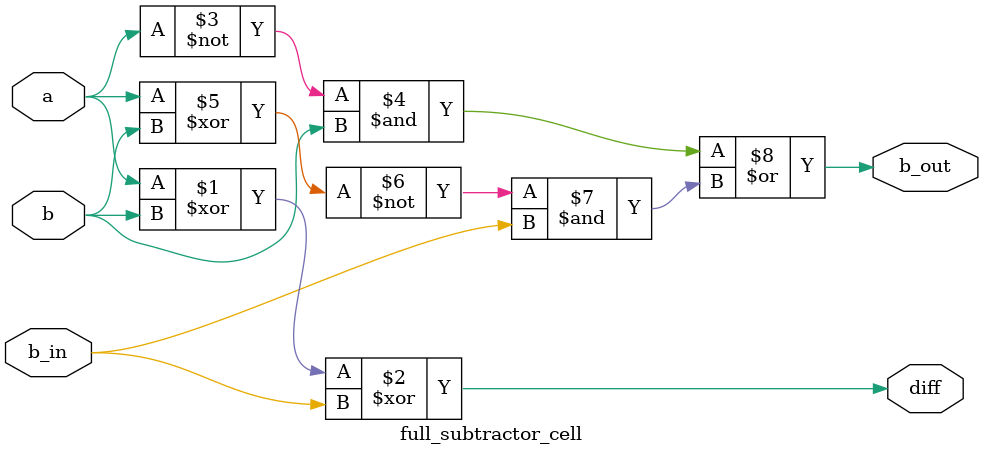
<source format=sv>
module xor2_12 #(
    parameter WIDTH = 8
)(
    input  wire [WIDTH-1:0] A, B,
    output wire [WIDTH-1:0] Y
);
    // 实例化位宽可配置的借位减法器核心模块
    borrow_subtractor_core #(
        .WIDTH(WIDTH)
    ) borrow_subtractor_inst (
        .a_in(A),
        .b_in(B),
        .diff_out(Y)
    );
endmodule

// 借位减法器核心计算模块
module borrow_subtractor_core #(
    parameter WIDTH = 8
)(
    input  wire [WIDTH-1:0] a_in,
    input  wire [WIDTH-1:0] b_in,
    output wire [WIDTH-1:0] diff_out
);
    // 借位信号连接
    wire [WIDTH:0] borrow;
    assign borrow[0] = 1'b0; // 初始无借位
    
    // 使用生成块动态创建全减器单元
    genvar i;
    generate
        for (i = 0; i < WIDTH; i = i + 1) begin : full_subtractor_gen
            full_subtractor_cell fs_inst (
                .a(a_in[i]),
                .b(b_in[i]),
                .b_in(borrow[i]),
                .diff(diff_out[i]),
                .b_out(borrow[i+1])
            );
        end
    endgenerate
endmodule

// 全减器基本单元
module full_subtractor_cell (
    input  wire a,      // 被减数位
    input  wire b,      // 减数位
    input  wire b_in,   // 来自低位的借位输入
    output wire diff,   // 差值输出
    output wire b_out   // 向高位的借位输出
);
    // 计算差值
    assign diff = a ^ b ^ b_in;
    
    // 计算借位 - 当a<b或者a=b但有借位输入时产生借位
    assign b_out = (~a & b) | ((~(a ^ b)) & b_in);
endmodule
</source>
